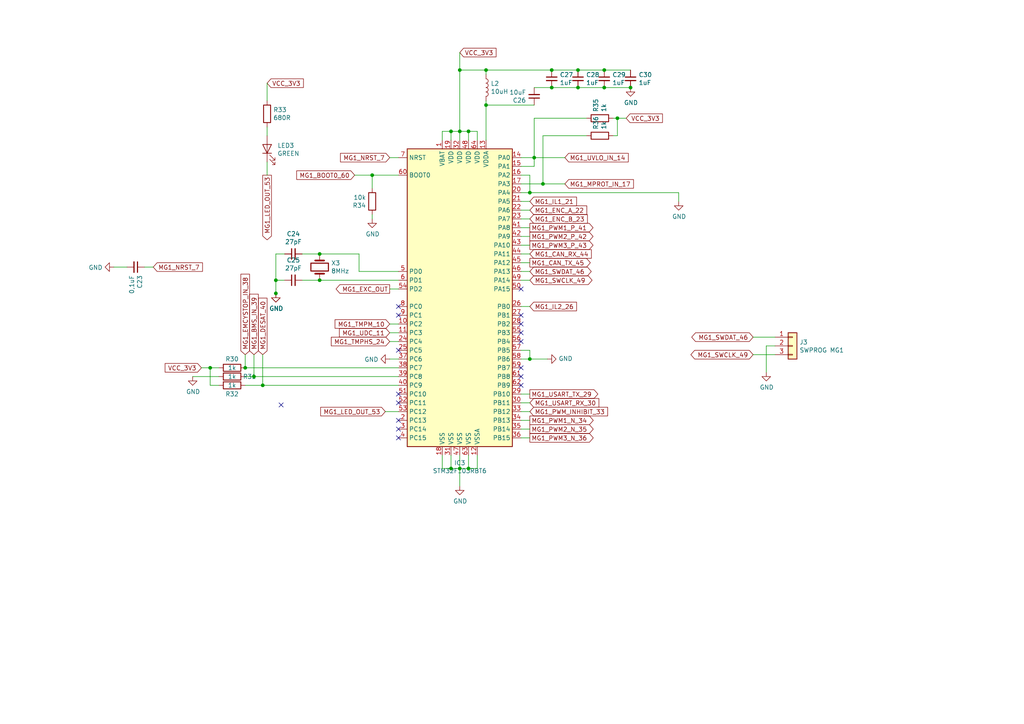
<source format=kicad_sch>
(kicad_sch (version 20211123) (generator eeschema)
  (paper "A4")
  (lib_symbols
    (symbol "auris-rescue:C_Small-Device" (pin_numbers hide) (pin_names (offset 0.254) hide)
      (property "Reference" "C" (at 0.254 1.778 0))
      (property "Value" "C_Small-Device" (at 0.254 -2.032 0))
      (symbol "C_Small-Device_0_1"
        (polyline (pts (xy -1.524 -0.508) (xy 1.524 -0.508)) (stroke (width 0.3302)))
        (polyline (pts (xy -1.524 0.508) (xy 1.524 0.508)) (stroke (width 0.3048)))
      )
      (symbol "C_Small-Device_1_1"
        (pin passive line (at 0 2.54 270) (length 2.032) (name "~") (number "1"))
        (pin passive line (at 0 -2.54 90) (length 2.032) (name "~") (number "2"))
      )
    )
    (symbol "auris-rescue:Conn_01x03-Connector_Generic" (pin_names (offset 1.016) hide)
      (property "Reference" "J" (at 0 5.08 0))
      (property "Value" "Conn_01x03-Connector_Generic" (at 0 -5.08 0))
      (symbol "Conn_01x03-Connector_Generic_1_1"
        (rectangle (start -1.27 -2.413) (end 0 -2.667) (stroke (width 0.1524)))
        (rectangle (start -1.27 0.127) (end 0 -0.127) (stroke (width 0.1524)))
        (rectangle (start -1.27 2.667) (end 0 2.413) (stroke (width 0.1524)))
        (rectangle (start -1.27 3.81) (end 1.27 -3.81) (stroke (width 0.254)) (fill (type background)))
        (pin passive line (at -5.08 2.54 0) (length 3.81) (name "Pin_1") (number "1"))
        (pin passive line (at -5.08 0 0) (length 3.81) (name "Pin_2") (number "2"))
        (pin passive line (at -5.08 -2.54 0) (length 3.81) (name "Pin_3") (number "3"))
      )
    )
    (symbol "auris-rescue:Crystal-Device" (pin_numbers hide) (pin_names (offset 1.016) hide)
      (property "Reference" "Y" (at 0 3.81 0))
      (property "Value" "Crystal-Device" (at 0 -3.81 0))
      (symbol "Crystal-Device_0_1"
        (rectangle (start -1.143 2.54) (end 1.143 -2.54) (stroke (width 0.3048)))
        (polyline (pts (xy -2.54 0) (xy -1.905 0)))
        (polyline (pts (xy -1.905 -1.27) (xy -1.905 1.27)) (stroke (width 0.508)))
        (polyline (pts (xy 1.905 -1.27) (xy 1.905 1.27)) (stroke (width 0.508)))
        (polyline (pts (xy 2.54 0) (xy 1.905 0)))
      )
      (symbol "Crystal-Device_1_1"
        (pin passive line (at -3.81 0 0) (length 1.27) (name "1") (number "1"))
        (pin passive line (at 3.81 0 180) (length 1.27) (name "2") (number "2"))
      )
    )
    (symbol "auris-rescue:GND-power" (power) (pin_names (offset 0))
      (property "Value" "GND-power" (at 0 -3.81 0))
      (symbol "GND-power_0_1"
        (polyline (pts (xy 0 0) (xy 0 -1.27) (xy 1.27 -1.27) (xy 0 -2.54) (xy -1.27 -1.27) (xy 0 -1.27)))
      )
      (symbol "GND-power_1_1"
        (pin power_in line (at 0 0 270) (length 0) hide (name "GND") (number "1"))
      )
    )
    (symbol "auris-rescue:L-Device" (pin_numbers hide) (pin_names (offset 1.016) hide)
      (property "Reference" "L" (at -1.27 0 90))
      (property "Value" "L-Device" (at 1.905 0 90))
      (symbol "L-Device_0_1"
        (arc (start 0 -2.54) (mid 0.635 -1.905) (end 0 -1.27))
        (arc (start 0 -1.27) (mid 0.635 -0.635) (end 0 0))
        (arc (start 0 0) (mid 0.635 0.635) (end 0 1.27))
        (arc (start 0 1.27) (mid 0.635 1.905) (end 0 2.54))
      )
      (symbol "L-Device_1_1"
        (pin passive line (at 0 3.81 270) (length 1.27) (name "1") (number "1"))
        (pin passive line (at 0 -3.81 90) (length 1.27) (name "2") (number "2"))
      )
    )
    (symbol "auris-rescue:LED-Device" (pin_numbers hide) (pin_names (offset 1.016) hide)
      (property "Reference" "D" (at 0 2.54 0))
      (property "Value" "LED-Device" (at 0 -2.54 0))
      (symbol "LED-Device_0_1"
        (polyline (pts (xy -1.27 -1.27) (xy -1.27 1.27)) (stroke (width 0.2032)))
        (polyline (pts (xy -1.27 0) (xy 1.27 0)))
        (polyline (pts (xy 1.27 -1.27) (xy 1.27 1.27) (xy -1.27 0) (xy 1.27 -1.27)) (stroke (width 0.2032)))
        (polyline (pts (xy -3.048 -0.762) (xy -4.572 -2.286) (xy -3.81 -2.286) (xy -4.572 -2.286) (xy -4.572 -1.524)))
        (polyline (pts (xy -1.778 -0.762) (xy -3.302 -2.286) (xy -2.54 -2.286) (xy -3.302 -2.286) (xy -3.302 -1.524)))
      )
      (symbol "LED-Device_1_1"
        (pin passive line (at -3.81 0 0) (length 2.54) (name "K") (number "1"))
        (pin passive line (at 3.81 0 180) (length 2.54) (name "A") (number "2"))
      )
    )
    (symbol "auris-rescue:R-Device" (pin_numbers hide) (pin_names (offset 0))
      (property "Reference" "R" (at 2.032 0 90))
      (property "Value" "R-Device" (at 0 0 90))
      (symbol "R-Device_0_1"
        (rectangle (start -1.016 -2.54) (end 1.016 2.54) (stroke (width 0.254)))
      )
      (symbol "R-Device_1_1"
        (pin passive line (at 0 3.81 270) (length 1.27) (name "~") (number "1"))
        (pin passive line (at 0 -3.81 90) (length 1.27) (name "~") (number "2"))
      )
    )
    (symbol "auris-rescue:STM32F103RBTx-MCU_ST_STM32F1"
      (property "Reference" "U" (at -15.24 44.45 0))
      (property "Value" "STM32F103RBTx-MCU_ST_STM32F1" (at 10.16 44.45 0))
      (symbol "STM32F103RBTx-MCU_ST_STM32F1_0_1"
        (rectangle (start -15.24 -43.18) (end 15.24 43.18) (stroke (width 0.254)) (fill (type background)))
      )
      (symbol "STM32F103RBTx-MCU_ST_STM32F1_1_1"
        (pin power_in line (at -5.08 45.72 270) (length 2.54) (name "VBAT") (number "1"))
        (pin bidirectional line (at -17.78 -7.62 0) (length 2.54) (name "PC2") (number "10"))
        (pin bidirectional line (at -17.78 -10.16 0) (length 2.54) (name "PC3") (number "11"))
        (pin power_in line (at 5.08 -45.72 90) (length 2.54) (name "VSSA") (number "12"))
        (pin power_in line (at 7.62 45.72 270) (length 2.54) (name "VDDA") (number "13"))
        (pin bidirectional line (at 17.78 40.64 180) (length 2.54) (name "PA0") (number "14"))
        (pin bidirectional line (at 17.78 38.1 180) (length 2.54) (name "PA1") (number "15"))
        (pin bidirectional line (at 17.78 35.56 180) (length 2.54) (name "PA2") (number "16"))
        (pin bidirectional line (at 17.78 33.02 180) (length 2.54) (name "PA3") (number "17"))
        (pin power_in line (at -5.08 -45.72 90) (length 2.54) (name "VSS") (number "18"))
        (pin power_in line (at -2.54 45.72 270) (length 2.54) (name "VDD") (number "19"))
        (pin bidirectional line (at -17.78 -35.56 0) (length 2.54) (name "PC13") (number "2"))
        (pin bidirectional line (at 17.78 30.48 180) (length 2.54) (name "PA4") (number "20"))
        (pin bidirectional line (at 17.78 27.94 180) (length 2.54) (name "PA5") (number "21"))
        (pin bidirectional line (at 17.78 25.4 180) (length 2.54) (name "PA6") (number "22"))
        (pin bidirectional line (at 17.78 22.86 180) (length 2.54) (name "PA7") (number "23"))
        (pin bidirectional line (at -17.78 -12.7 0) (length 2.54) (name "PC4") (number "24"))
        (pin bidirectional line (at -17.78 -15.24 0) (length 2.54) (name "PC5") (number "25"))
        (pin bidirectional line (at 17.78 -2.54 180) (length 2.54) (name "PB0") (number "26"))
        (pin bidirectional line (at 17.78 -5.08 180) (length 2.54) (name "PB1") (number "27"))
        (pin bidirectional line (at 17.78 -7.62 180) (length 2.54) (name "PB2") (number "28"))
        (pin bidirectional line (at 17.78 -27.94 180) (length 2.54) (name "PB10") (number "29"))
        (pin bidirectional line (at -17.78 -38.1 0) (length 2.54) (name "PC14") (number "3"))
        (pin bidirectional line (at 17.78 -30.48 180) (length 2.54) (name "PB11") (number "30"))
        (pin power_in line (at -2.54 -45.72 90) (length 2.54) (name "VSS") (number "31"))
        (pin power_in line (at 0 45.72 270) (length 2.54) (name "VDD") (number "32"))
        (pin bidirectional line (at 17.78 -33.02 180) (length 2.54) (name "PB12") (number "33"))
        (pin bidirectional line (at 17.78 -35.56 180) (length 2.54) (name "PB13") (number "34"))
        (pin bidirectional line (at 17.78 -38.1 180) (length 2.54) (name "PB14") (number "35"))
        (pin bidirectional line (at 17.78 -40.64 180) (length 2.54) (name "PB15") (number "36"))
        (pin bidirectional line (at -17.78 -17.78 0) (length 2.54) (name "PC6") (number "37"))
        (pin bidirectional line (at -17.78 -20.32 0) (length 2.54) (name "PC7") (number "38"))
        (pin bidirectional line (at -17.78 -22.86 0) (length 2.54) (name "PC8") (number "39"))
        (pin bidirectional line (at -17.78 -40.64 0) (length 2.54) (name "PC15") (number "4"))
        (pin bidirectional line (at -17.78 -25.4 0) (length 2.54) (name "PC9") (number "40"))
        (pin bidirectional line (at 17.78 20.32 180) (length 2.54) (name "PA8") (number "41"))
        (pin bidirectional line (at 17.78 17.78 180) (length 2.54) (name "PA9") (number "42"))
        (pin bidirectional line (at 17.78 15.24 180) (length 2.54) (name "PA10") (number "43"))
        (pin bidirectional line (at 17.78 12.7 180) (length 2.54) (name "PA11") (number "44"))
        (pin bidirectional line (at 17.78 10.16 180) (length 2.54) (name "PA12") (number "45"))
        (pin bidirectional line (at 17.78 7.62 180) (length 2.54) (name "PA13") (number "46"))
        (pin power_in line (at 0 -45.72 90) (length 2.54) (name "VSS") (number "47"))
        (pin power_in line (at 2.54 45.72 270) (length 2.54) (name "VDD") (number "48"))
        (pin bidirectional line (at 17.78 5.08 180) (length 2.54) (name "PA14") (number "49"))
        (pin input line (at -17.78 7.62 0) (length 2.54) (name "PD0") (number "5"))
        (pin bidirectional line (at 17.78 2.54 180) (length 2.54) (name "PA15") (number "50"))
        (pin bidirectional line (at -17.78 -27.94 0) (length 2.54) (name "PC10") (number "51"))
        (pin bidirectional line (at -17.78 -30.48 0) (length 2.54) (name "PC11") (number "52"))
        (pin bidirectional line (at -17.78 -33.02 0) (length 2.54) (name "PC12") (number "53"))
        (pin bidirectional line (at -17.78 2.54 0) (length 2.54) (name "PD2") (number "54"))
        (pin bidirectional line (at 17.78 -10.16 180) (length 2.54) (name "PB3") (number "55"))
        (pin bidirectional line (at 17.78 -12.7 180) (length 2.54) (name "PB4") (number "56"))
        (pin bidirectional line (at 17.78 -15.24 180) (length 2.54) (name "PB5") (number "57"))
        (pin bidirectional line (at 17.78 -17.78 180) (length 2.54) (name "PB6") (number "58"))
        (pin bidirectional line (at 17.78 -20.32 180) (length 2.54) (name "PB7") (number "59"))
        (pin input line (at -17.78 5.08 0) (length 2.54) (name "PD1") (number "6"))
        (pin input line (at -17.78 35.56 0) (length 2.54) (name "BOOT0") (number "60"))
        (pin bidirectional line (at 17.78 -22.86 180) (length 2.54) (name "PB8") (number "61"))
        (pin bidirectional line (at 17.78 -25.4 180) (length 2.54) (name "PB9") (number "62"))
        (pin power_in line (at 2.54 -45.72 90) (length 2.54) (name "VSS") (number "63"))
        (pin power_in line (at 5.08 45.72 270) (length 2.54) (name "VDD") (number "64"))
        (pin input line (at -17.78 40.64 0) (length 2.54) (name "NRST") (number "7"))
        (pin bidirectional line (at -17.78 -2.54 0) (length 2.54) (name "PC0") (number "8"))
        (pin bidirectional line (at -17.78 -5.08 0) (length 2.54) (name "PC1") (number "9"))
      )
    )
  )
  (junction (at 140.97 20.32))
  (junction (at 179.07 34.29))
  (junction (at 71.12 106.68))
  (junction (at 92.71 81.28))
  (junction (at 133.35 38.1))
  (junction (at 153.67 55.88))
  (junction (at 182.88 25.4))
  (junction (at 130.81 38.1))
  (junction (at 130.81 135.89))
  (junction (at 167.64 20.32))
  (junction (at 160.02 20.32))
  (junction (at 92.71 73.66))
  (junction (at 107.95 50.8))
  (junction (at 76.2 111.76))
  (junction (at 175.26 20.32))
  (junction (at 80.01 85.09))
  (junction (at 135.89 38.1))
  (junction (at 133.35 20.32))
  (junction (at 167.64 25.4))
  (junction (at 80.01 81.28))
  (junction (at 133.35 135.89))
  (junction (at 73.66 109.22))
  (junction (at 160.02 25.4))
  (junction (at 140.97 30.48))
  (junction (at 157.48 53.34))
  (junction (at 175.26 25.4))
  (junction (at 60.96 106.68))
  (junction (at 154.94 45.72))
  (junction (at 135.89 135.89))
  (junction (at 153.67 104.14))
  (no_connect (at 151.13 83.82))
  (no_connect (at 151.13 111.76))
  (no_connect (at 115.57 127))
  (no_connect (at 151.13 93.98))
  (no_connect (at 115.57 114.3))
  (no_connect (at 115.57 116.84))
  (no_connect (at 151.13 106.68))
  (no_connect (at 151.13 96.52))
  (no_connect (at 151.13 91.44))
  (no_connect (at 81.534 117.4496))
  (no_connect (at 115.57 91.44))
  (no_connect (at 115.57 101.6))
  (no_connect (at 115.57 124.46))
  (no_connect (at 115.57 88.9))
  (no_connect (at 115.57 121.92))
  (no_connect (at 151.13 109.22))
  (no_connect (at 151.13 99.06))
  (wire (pts (xy 128.27 135.89) (xy 128.27 132.08)))
  (wire (pts (xy 151.13 88.9) (xy 153.67 88.9)))
  (wire (pts (xy 151.13 66.04) (xy 153.67 66.04)))
  (wire (pts (xy 115.57 93.98) (xy 113.03 93.98)))
  (wire (pts (xy 151.13 71.12) (xy 153.67 71.12)))
  (wire (pts (xy 80.01 81.28) (xy 82.55 81.28)))
  (wire (pts (xy 55.88 109.22) (xy 63.5 109.22)))
  (wire (pts (xy 87.63 73.66) (xy 92.71 73.66)))
  (wire (pts (xy 154.94 45.72) (xy 163.83 45.72)))
  (wire (pts (xy 71.12 106.68) (xy 115.57 106.68)))
  (wire (pts (xy 60.96 111.76) (xy 60.96 106.68)))
  (wire (pts (xy 135.89 132.08) (xy 135.89 135.89)))
  (wire (pts (xy 115.57 104.14) (xy 113.03 104.14)))
  (wire (pts (xy 177.8 34.29) (xy 179.07 34.29)))
  (wire (pts (xy 224.79 102.87) (xy 218.44 102.87)))
  (wire (pts (xy 151.13 50.8) (xy 153.67 50.8)))
  (wire (pts (xy 140.97 30.48) (xy 154.94 30.48)))
  (wire (pts (xy 36.83 77.47) (xy 33.02 77.47)))
  (wire (pts (xy 140.97 30.48) (xy 140.97 40.64)))
  (wire (pts (xy 151.13 78.74) (xy 153.67 78.74)))
  (wire (pts (xy 138.43 135.89) (xy 138.43 132.08)))
  (wire (pts (xy 63.5 111.76) (xy 60.96 111.76)))
  (wire (pts (xy 133.35 20.32) (xy 133.35 38.1)))
  (wire (pts (xy 140.97 29.21) (xy 140.97 30.48)))
  (wire (pts (xy 151.13 58.42) (xy 153.67 58.42)))
  (wire (pts (xy 151.13 124.46) (xy 153.67 124.46)))
  (wire (pts (xy 153.67 104.14) (xy 151.13 104.14)))
  (wire (pts (xy 151.13 60.96) (xy 153.67 60.96)))
  (wire (pts (xy 128.27 38.1) (xy 128.27 40.64)))
  (wire (pts (xy 133.35 20.32) (xy 140.97 20.32)))
  (wire (pts (xy 92.71 73.66) (xy 104.14 73.66)))
  (wire (pts (xy 80.01 73.66) (xy 80.01 81.28)))
  (wire (pts (xy 130.81 40.64) (xy 130.81 38.1)))
  (wire (pts (xy 179.07 39.37) (xy 177.8 39.37)))
  (wire (pts (xy 151.13 55.88) (xy 153.67 55.88)))
  (wire (pts (xy 107.95 62.23) (xy 107.95 63.5)))
  (wire (pts (xy 222.25 100.33) (xy 222.25 107.95)))
  (wire (pts (xy 157.48 39.37) (xy 157.48 53.34)))
  (wire (pts (xy 115.57 50.8) (xy 107.95 50.8)))
  (wire (pts (xy 135.89 135.89) (xy 133.35 135.89)))
  (wire (pts (xy 153.67 101.6) (xy 153.67 104.14)))
  (wire (pts (xy 151.13 101.6) (xy 153.67 101.6)))
  (wire (pts (xy 151.13 63.5) (xy 153.67 63.5)))
  (wire (pts (xy 135.89 135.89) (xy 138.43 135.89)))
  (wire (pts (xy 115.57 119.38) (xy 111.76 119.38)))
  (wire (pts (xy 151.13 121.92) (xy 153.67 121.92)))
  (wire (pts (xy 130.81 38.1) (xy 128.27 38.1)))
  (wire (pts (xy 77.47 24.13) (xy 77.47 29.21)))
  (wire (pts (xy 71.12 109.22) (xy 73.66 109.22)))
  (wire (pts (xy 163.83 53.34) (xy 157.48 53.34)))
  (wire (pts (xy 160.02 20.32) (xy 167.64 20.32)))
  (wire (pts (xy 133.35 40.64) (xy 133.35 38.1)))
  (wire (pts (xy 179.07 34.29) (xy 181.61 34.29)))
  (wire (pts (xy 167.64 25.4) (xy 175.26 25.4)))
  (wire (pts (xy 151.13 127) (xy 153.67 127)))
  (wire (pts (xy 157.48 53.34) (xy 151.13 53.34)))
  (wire (pts (xy 113.03 83.82) (xy 115.57 83.82)))
  (wire (pts (xy 115.57 99.06) (xy 113.03 99.06)))
  (wire (pts (xy 224.79 100.33) (xy 222.25 100.33)))
  (wire (pts (xy 151.13 48.26) (xy 154.94 48.26)))
  (wire (pts (xy 175.26 25.4) (xy 182.88 25.4)))
  (wire (pts (xy 154.94 34.29) (xy 154.94 45.72)))
  (wire (pts (xy 196.85 55.88) (xy 196.85 58.42)))
  (wire (pts (xy 76.2 111.76) (xy 76.2 102.87)))
  (wire (pts (xy 170.18 34.29) (xy 154.94 34.29)))
  (wire (pts (xy 179.07 34.29) (xy 179.07 39.37)))
  (wire (pts (xy 44.45 77.47) (xy 41.91 77.47)))
  (wire (pts (xy 151.13 68.58) (xy 153.67 68.58)))
  (wire (pts (xy 151.13 114.3) (xy 153.67 114.3)))
  (wire (pts (xy 71.12 111.76) (xy 76.2 111.76)))
  (wire (pts (xy 71.12 102.87) (xy 71.12 106.68)))
  (wire (pts (xy 170.18 39.37) (xy 157.48 39.37)))
  (wire (pts (xy 133.35 135.89) (xy 130.81 135.89)))
  (wire (pts (xy 130.81 135.89) (xy 128.27 135.89)))
  (wire (pts (xy 154.94 45.72) (xy 151.13 45.72)))
  (wire (pts (xy 135.89 38.1) (xy 133.35 38.1)))
  (wire (pts (xy 80.01 81.28) (xy 80.01 85.09)))
  (wire (pts (xy 135.89 40.64) (xy 135.89 38.1)))
  (wire (pts (xy 167.64 20.32) (xy 175.26 20.32)))
  (wire (pts (xy 107.95 50.8) (xy 102.87 50.8)))
  (wire (pts (xy 130.81 132.08) (xy 130.81 135.89)))
  (wire (pts (xy 73.66 109.22) (xy 73.66 102.87)))
  (wire (pts (xy 153.67 119.38) (xy 151.13 119.38)))
  (wire (pts (xy 60.96 106.68) (xy 58.42 106.68)))
  (wire (pts (xy 115.57 45.72) (xy 113.03 45.72)))
  (wire (pts (xy 76.2 111.76) (xy 115.57 111.76)))
  (wire (pts (xy 133.35 135.89) (xy 133.35 140.97)))
  (wire (pts (xy 77.47 46.99) (xy 77.47 50.8)))
  (wire (pts (xy 92.71 81.28) (xy 115.57 81.28)))
  (wire (pts (xy 87.63 81.28) (xy 92.71 81.28)))
  (wire (pts (xy 154.94 48.26) (xy 154.94 45.72)))
  (wire (pts (xy 133.35 38.1) (xy 130.81 38.1)))
  (wire (pts (xy 115.57 96.52) (xy 113.03 96.52)))
  (wire (pts (xy 140.97 20.32) (xy 140.97 21.59)))
  (wire (pts (xy 151.13 76.2) (xy 153.67 76.2)))
  (wire (pts (xy 107.95 50.8) (xy 107.95 54.61)))
  (wire (pts (xy 82.55 73.66) (xy 80.01 73.66)))
  (wire (pts (xy 63.5 106.68) (xy 60.96 106.68)))
  (wire (pts (xy 104.14 78.74) (xy 115.57 78.74)))
  (wire (pts (xy 151.13 81.28) (xy 153.67 81.28)))
  (wire (pts (xy 104.14 73.66) (xy 104.14 78.74)))
  (wire (pts (xy 133.35 132.08) (xy 133.35 135.89)))
  (wire (pts (xy 151.13 73.66) (xy 153.67 73.66)))
  (wire (pts (xy 160.02 25.4) (xy 167.64 25.4)))
  (wire (pts (xy 154.94 25.4) (xy 160.02 25.4)))
  (wire (pts (xy 153.67 55.88) (xy 196.85 55.88)))
  (wire (pts (xy 73.66 109.22) (xy 115.57 109.22)))
  (wire (pts (xy 175.26 20.32) (xy 182.88 20.32)))
  (wire (pts (xy 140.97 20.32) (xy 160.02 20.32)))
  (wire (pts (xy 138.43 38.1) (xy 135.89 38.1)))
  (wire (pts (xy 153.67 104.14) (xy 158.75 104.14)))
  (wire (pts (xy 153.67 50.8) (xy 153.67 55.88)))
  (wire (pts (xy 224.79 97.79) (xy 218.44 97.79)))
  (wire (pts (xy 133.35 15.24) (xy 133.35 20.32)))
  (wire (pts (xy 151.13 116.84) (xy 153.67 116.84)))
  (wire (pts (xy 77.47 36.83) (xy 77.47 39.37)))
  (wire (pts (xy 138.43 40.64) (xy 138.43 38.1)))
  (global_label "VCC_3V3" (shape input) (at 77.47 24.13 0) (property "Обозначения листов" "${INTERSHEET_REFS}" (effects hide)))
  (global_label "MG1_SWDAT_46" (shape bidirectional) (at 218.44 97.79 180) (property "Обозначения листов" "${INTERSHEET_REFS}" (effects hide)))
  (global_label "MG1_IL1_21" (shape input) (at 153.67 58.42 0) (property "Обозначения листов" "${INTERSHEET_REFS}" (effects hide)))
  (global_label "MG1_ENC_B_23" (shape input) (at 153.67 63.5 0) (property "Обозначения листов" "${INTERSHEET_REFS}" (effects hide)))
  (global_label "MG1_UDC_11" (shape input) (at 113.03 96.52 180) (property "Обозначения листов" "${INTERSHEET_REFS}" (effects hide)))
  (global_label "MG1_LED_OUT_53" (shape output) (at 77.47 50.8 270) (property "Обозначения листов" "${INTERSHEET_REFS}" (effects hide)))
  (global_label "MG1_LED_OUT_53" (shape input) (at 111.76 119.38 180) (property "Обозначения листов" "${INTERSHEET_REFS}" (effects hide)))
  (global_label "MG1_USART_RX_30" (shape input) (at 153.67 116.84 0) (property "Обозначения листов" "${INTERSHEET_REFS}" (effects hide)))
  (global_label "MG1_SWCLK_49" (shape bidirectional) (at 218.44 102.87 180) (property "Обозначения листов" "${INTERSHEET_REFS}" (effects hide)))
  (global_label "MG1_EMCYSTOP_IN_38" (shape input) (at 71.12 102.87 90) (property "Обозначения листов" "${INTERSHEET_REFS}" (effects hide)))
  (global_label "MG1_IL2_26" (shape input) (at 153.67 88.9 0) (property "Обозначения листов" "${INTERSHEET_REFS}" (effects hide)))
  (global_label "MG1_PWM1_P_41" (shape output) (at 153.67 66.04 0) (property "Обозначения листов" "${INTERSHEET_REFS}" (effects hide)))
  (global_label "MG1_PWM2_P_42" (shape output) (at 153.67 68.58 0) (property "Обозначения листов" "${INTERSHEET_REFS}" (effects hide)))
  (global_label "MG1_MPROT_IN_17" (shape input) (at 163.83 53.34 0) (property "Обозначения листов" "${INTERSHEET_REFS}" (effects hide)))
  (global_label "MG1_DESAT_40" (shape input) (at 76.2 102.87 90) (property "Обозначения листов" "${INTERSHEET_REFS}" (effects hide)))
  (global_label "MG1_BMS_IN_39" (shape input) (at 73.66 102.87 90) (property "Обозначения листов" "${INTERSHEET_REFS}" (effects hide)))
  (global_label "MG1_PWM_INHIBIT_33" (shape input) (at 153.67 119.38 0) (property "Обозначения листов" "${INTERSHEET_REFS}" (effects hide)))
  (global_label "VCC_3V3" (shape input) (at 58.42 106.68 180) (property "Обозначения листов" "${INTERSHEET_REFS}" (effects hide)))
  (global_label "MG1_PWM3_P_43" (shape output) (at 153.67 71.12 0) (property "Обозначения листов" "${INTERSHEET_REFS}" (effects hide)))
  (global_label "MG1_NRST_7" (shape input) (at 44.45 77.47 0) (property "Обозначения листов" "${INTERSHEET_REFS}" (effects hide)))
  (global_label "VCC_3V3" (shape input) (at 133.35 15.24 0) (property "Обозначения листов" "${INTERSHEET_REFS}" (effects hide)))
  (global_label "MG1_EXC_OUT" (shape output) (at 113.03 83.82 180) (property "Обозначения листов" "${INTERSHEET_REFS}" (effects hide)))
  (global_label "MG1_SWCLK_49" (shape bidirectional) (at 153.67 81.28 0) (property "Обозначения листов" "${INTERSHEET_REFS}" (effects hide)))
  (global_label "MG1_CAN_TX_45" (shape output) (at 153.67 76.2 0) (property "Обозначения листов" "${INTERSHEET_REFS}" (effects hide)))
  (global_label "MG1_TMPM_10" (shape input) (at 113.03 93.98 180) (property "Обозначения листов" "${INTERSHEET_REFS}" (effects hide)))
  (global_label "MG1_CAN_RX_44" (shape input) (at 153.67 73.66 0) (property "Обозначения листов" "${INTERSHEET_REFS}" (effects hide)))
  (global_label "VCC_3V3" (shape input) (at 181.61 34.29 0) (property "Обозначения листов" "${INTERSHEET_REFS}" (effects hide)))
  (global_label "MG1_TMPHS_24" (shape input) (at 113.03 99.06 180) (property "Обозначения листов" "${INTERSHEET_REFS}" (effects hide)))
  (global_label "MG1_UVLO_IN_14" (shape input) (at 163.83 45.72 0) (property "Обозначения листов" "${INTERSHEET_REFS}" (effects hide)))
  (global_label "MG1_PWM1_N_34" (shape output) (at 153.67 121.92 0) (property "Обозначения листов" "${INTERSHEET_REFS}" (effects hide)))
  (global_label "MG1_PWM2_N_35" (shape output) (at 153.67 124.46 0) (property "Обозначения листов" "${INTERSHEET_REFS}" (effects hide)))
  (global_label "MG1_BOOT0_60" (shape input) (at 102.87 50.8 180) (property "Обозначения листов" "${INTERSHEET_REFS}" (effects hide)))
  (global_label "MG1_SWDAT_46" (shape bidirectional) (at 153.67 78.74 0) (property "Обозначения листов" "${INTERSHEET_REFS}" (effects hide)))
  (global_label "MG1_PWM3_N_36" (shape output) (at 153.67 127 0) (property "Обозначения листов" "${INTERSHEET_REFS}" (effects hide)))
  (global_label "MG1_USART_TX_29" (shape output) (at 153.67 114.3 0) (property "Обозначения листов" "${INTERSHEET_REFS}" (effects hide)))
  (global_label "MG1_ENC_A_22" (shape input) (at 153.67 60.96 0) (property "Обозначения листов" "${INTERSHEET_REFS}" (effects hide)))
  (global_label "MG1_NRST_7" (shape input) (at 113.03 45.72 180) (property "Обозначения листов" "${INTERSHEET_REFS}" (effects hide)))
  (symbol (lib_id "auris-rescue:GND-power") (at 133.35 140.97 0) (unit 1)
    (property "Reference" "#PWR0131" (effects hide))
    (property "Value" "GND" (at 133.477 145.3642 0))
  )
  (symbol (lib_id "auris-rescue:C_Small-Device") (at 175.26 22.86 0) (unit 1)
    (property "Reference" "C29" (at 177.5968 21.6916 0) (effects (justify left)))
    (property "Value" "1uF" (at 177.5968 24.003 0) (effects (justify left)))
    (property "Footprint" "Capacitor_SMD:C_0805_2012Metric" (effects hide))
  )
  (symbol (lib_id "auris-rescue:C_Small-Device") (at 167.64 22.86 0) (unit 1)
    (property "Reference" "C28" (at 169.9768 21.6916 0) (effects (justify left)))
    (property "Value" "1uF" (at 169.9768 24.003 0) (effects (justify left)))
    (property "Footprint" "Capacitor_SMD:C_0805_2012Metric" (effects hide))
  )
  (symbol (lib_id "auris-rescue:C_Small-Device") (at 160.02 22.86 0) (unit 1)
    (property "Reference" "C27" (at 162.3568 21.6916 0) (effects (justify left)))
    (property "Value" "1uF" (at 162.3568 24.003 0) (effects (justify left)))
    (property "Footprint" "Capacitor_SMD:C_0805_2012Metric" (effects hide))
  )
  (symbol (lib_id "auris-rescue:C_Small-Device") (at 182.88 22.86 0) (unit 1)
    (property "Reference" "C30" (at 185.2168 21.6916 0) (effects (justify left)))
    (property "Value" "1uF" (at 185.2168 24.003 0) (effects (justify left)))
    (property "Footprint" "Capacitor_SMD:C_0805_2012Metric" (effects hide))
  )
  (symbol (lib_id "auris-rescue:STM32F103RBTx-MCU_ST_STM32F1") (at 133.35 86.36 0) (unit 1)
    (property "Reference" "IC3" (at 133.35 134.2644 0))
    (property "Value" "STM32F103RBT6" (at 133.35 136.5758 0))
    (property "Footprint" "Package_QFP:LQFP-64_10x10mm_P0.5mm" (effects hide))
    (property "Datasheet" "http://www.st.com/st-web-ui/static/active/en/resource/technical/document/datasheet/CD00161566.pdf" (effects hide))
  )
  (symbol (lib_id "auris-rescue:GND-power") (at 196.85 58.42 0) (unit 1)
    (property "Reference" "#PWR0132" (effects hide))
    (property "Value" "GND" (at 196.977 62.8142 0))
  )
  (symbol (lib_id "auris-rescue:Crystal-Device") (at 92.71 77.47 270) (unit 1)
    (property "Reference" "X3" (at 96.0374 76.3016 90) (effects (justify left)))
    (property "Value" "8MHz" (at 96.0374 78.613 90) (effects (justify left)))
    (property "Footprint" "Crystal:Crystal_SMD_5032-2Pin_5.0x3.2mm" (effects hide))
  )
  (symbol (lib_id "auris-rescue:C_Small-Device") (at 85.09 73.66 90) (unit 1)
    (property "Reference" "C24" (at 85.09 67.8434 90))
    (property "Value" "27pF" (at 85.09 70.1548 90))
    (property "Footprint" "Capacitor_SMD:C_0805_2012Metric" (effects hide))
  )
  (symbol (lib_id "auris-rescue:C_Small-Device") (at 85.09 81.28 90) (unit 1)
    (property "Reference" "C25" (at 85.09 75.4634 90))
    (property "Value" "27pF" (at 85.09 77.7748 90))
    (property "Footprint" "Capacitor_SMD:C_0805_2012Metric" (effects hide))
  )
  (symbol (lib_id "auris-rescue:GND-power") (at 80.01 85.09 0) (unit 1)
    (property "Reference" "#PWR0133" (effects hide))
    (property "Value" "GND" (at 80.137 89.4842 0))
  )
  (symbol (lib_id "auris-rescue:GND-power") (at 182.88 25.4 0) (unit 1)
    (property "Reference" "#PWR0135" (effects hide))
    (property "Value" "GND" (at 183.007 29.7942 0))
  )
  (symbol (lib_id "auris-rescue:C_Small-Device") (at 154.94 27.94 180) (unit 1)
    (property "Reference" "C26" (at 152.6032 29.1084 0) (effects (justify left)))
    (property "Value" "10uF" (at 152.6032 26.797 0) (effects (justify left)))
    (property "Footprint" "Capacitor_SMD:C_0805_2012Metric" (effects hide))
  )
  (symbol (lib_id "auris-rescue:L-Device") (at 140.97 25.4 0) (unit 1)
    (property "Reference" "L2" (at 142.3162 24.2316 0) (effects (justify left)))
    (property "Value" "10uH" (at 142.3162 26.543 0) (effects (justify left)))
    (property "Footprint" "Inductor_SMD:L_0603_1608Metric" (effects hide))
  )
  (symbol (lib_id "auris-rescue:R-Device") (at 107.95 58.42 180) (unit 1)
    (property "Reference" "R34" (at 106.172 59.5884 0) (effects (justify left)))
    (property "Value" "10k" (at 106.172 57.277 0) (effects (justify left)))
    (property "Footprint" "Resistor_SMD:R_0805_2012Metric" (effects hide))
  )
  (symbol (lib_id "auris-rescue:GND-power") (at 107.95 63.5 0) (unit 1)
    (property "Reference" "#PWR0136" (effects hide))
    (property "Value" "GND" (at 108.077 67.8942 0))
  )
  (symbol (lib_id "auris-rescue:R-Device") (at 173.99 34.29 90) (unit 1)
    (property "Reference" "R35" (at 172.8216 32.512 0) (effects (justify left)))
    (property "Value" "1k" (at 175.133 32.512 0) (effects (justify left)))
    (property "Footprint" "Resistor_SMD:R_0805_2012Metric" (effects hide))
  )
  (symbol (lib_id "auris-rescue:R-Device") (at 173.99 39.37 90) (unit 1)
    (property "Reference" "R36" (at 172.8216 37.592 0) (effects (justify left)))
    (property "Value" "1k" (at 175.133 37.592 0) (effects (justify left)))
    (property "Footprint" "Resistor_SMD:R_0805_2012Metric" (effects hide))
  )
  (symbol (lib_id "auris-rescue:GND-power") (at 113.03 104.14 270) (unit 1)
    (property "Reference" "#PWR0137" (effects hide))
    (property "Value" "GND" (at 109.7788 104.267 90) (effects (justify right)))
  )
  (symbol (lib_id "auris-rescue:GND-power") (at 80.01 85.09 0) (unit 1)
    (property "Reference" "#PWR0138" (effects hide))
    (property "Value" "GND" (at 80.137 89.4842 0))
  )
  (symbol (lib_id "auris-rescue:R-Device") (at 67.31 106.68 270) (unit 1)
    (property "Reference" "R30" (at 67.31 104.14 90))
    (property "Value" "1k" (at 67.31 106.68 90))
    (property "Footprint" "Resistor_SMD:R_0805_2012Metric" (effects hide))
  )
  (symbol (lib_id "auris-rescue:R-Device") (at 67.31 111.76 270) (unit 1)
    (property "Reference" "R32" (at 67.31 114.3 90))
    (property "Value" "1k" (at 67.31 111.76 90))
    (property "Footprint" "Resistor_SMD:R_0805_2012Metric" (effects hide))
  )
  (symbol (lib_id "auris-rescue:R-Device") (at 67.31 109.22 90) (unit 1)
    (property "Reference" "R31" (at 72.39 109.22 90))
    (property "Value" "1k" (at 67.31 109.22 90))
    (property "Footprint" "Resistor_SMD:R_0805_2012Metric" (effects hide))
  )
  (symbol (lib_id "auris-rescue:GND-power") (at 55.88 109.22 0) (unit 1)
    (property "Reference" "#PWR0139" (effects hide))
    (property "Value" "GND" (at 56.007 113.6142 0))
  )
  (symbol (lib_id "auris-rescue:C_Small-Device") (at 39.37 77.47 270) (unit 1)
    (property "Reference" "C23" (at 40.5384 79.8068 0) (effects (justify left)))
    (property "Value" "0,1uF" (at 38.227 79.8068 0) (effects (justify left)))
    (property "Footprint" "Capacitor_SMD:C_0805_2012Metric" (effects hide))
  )
  (symbol (lib_id "auris-rescue:GND-power") (at 33.02 77.47 270) (unit 1)
    (property "Reference" "#PWR0140" (effects hide))
    (property "Value" "GND" (at 29.7688 77.597 90) (effects (justify right)))
  )
  (symbol (lib_id "auris-rescue:R-Device") (at 77.47 33.02 0) (unit 1)
    (property "Reference" "R33" (at 79.248 31.8516 0) (effects (justify left)))
    (property "Value" "680R" (at 79.248 34.163 0) (effects (justify left)))
    (property "Footprint" "Resistor_SMD:R_0805_2012Metric" (effects hide))
  )
  (symbol (lib_id "auris-rescue:LED-Device") (at 77.47 43.18 90) (unit 1)
    (property "Reference" "LED3" (at 80.4672 42.2148 90) (effects (justify right)))
    (property "Value" "GREEN" (at 80.4672 44.5262 90) (effects (justify right)))
    (property "Footprint" "LED_SMD:LED_0805_2012Metric" (effects hide))
  )
  (symbol (lib_id "auris-rescue:GND-power") (at 158.75 104.14 90) (unit 1)
    (property "Reference" "#PWR0141" (effects hide))
    (property "Value" "GND" (at 162.0012 104.013 90) (effects (justify right)))
  )
  (symbol (lib_id "auris-rescue:Conn_01x03-Connector_Generic") (at 229.87 100.33 0) (unit 1)
    (property "Reference" "J3" (at 231.8766 99.2632 0) (effects (justify left)))
    (property "Value" "SWPROG MG1" (at 231.8766 101.5746 0) (effects (justify left)))
    (property "Footprint" "Connector_PinHeader_2.54mm:PinHeader_1x03_P2.54mm_Vertical_SMD_Pin1Left" (effects hide))
  )
  (symbol (lib_id "auris-rescue:GND-power") (at 222.25 107.95 0) (unit 1)
    (property "Reference" "#PWR0134" (effects hide))
    (property "Value" "GND" (at 222.377 112.3442 0))
  )
)
</source>
